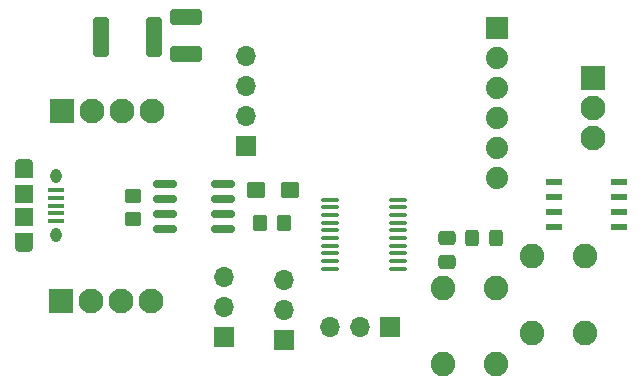
<source format=gbr>
%TF.GenerationSoftware,KiCad,Pcbnew,6.0.11-2627ca5db0~126~ubuntu22.04.1*%
%TF.CreationDate,2023-02-28T18:30:51-05:00*%
%TF.ProjectId,canbus-ds1820,63616e62-7573-42d6-9473-313832302e6b,1.0*%
%TF.SameCoordinates,Original*%
%TF.FileFunction,Soldermask,Top*%
%TF.FilePolarity,Negative*%
%FSLAX46Y46*%
G04 Gerber Fmt 4.6, Leading zero omitted, Abs format (unit mm)*
G04 Created by KiCad (PCBNEW 6.0.11-2627ca5db0~126~ubuntu22.04.1) date 2023-02-28 18:30:51*
%MOMM*%
%LPD*%
G01*
G04 APERTURE LIST*
G04 Aperture macros list*
%AMRoundRect*
0 Rectangle with rounded corners*
0 $1 Rounding radius*
0 $2 $3 $4 $5 $6 $7 $8 $9 X,Y pos of 4 corners*
0 Add a 4 corners polygon primitive as box body*
4,1,4,$2,$3,$4,$5,$6,$7,$8,$9,$2,$3,0*
0 Add four circle primitives for the rounded corners*
1,1,$1+$1,$2,$3*
1,1,$1+$1,$4,$5*
1,1,$1+$1,$6,$7*
1,1,$1+$1,$8,$9*
0 Add four rect primitives between the rounded corners*
20,1,$1+$1,$2,$3,$4,$5,0*
20,1,$1+$1,$4,$5,$6,$7,0*
20,1,$1+$1,$6,$7,$8,$9,0*
20,1,$1+$1,$8,$9,$2,$3,0*%
G04 Aperture macros list end*
%ADD10R,1.700000X1.700000*%
%ADD11O,1.700000X1.700000*%
%ADD12R,2.100000X2.100000*%
%ADD13C,2.100000*%
%ADD14RoundRect,0.250000X0.450000X-0.350000X0.450000X0.350000X-0.450000X0.350000X-0.450000X-0.350000X0*%
%ADD15RoundRect,0.250000X-0.475000X0.337500X-0.475000X-0.337500X0.475000X-0.337500X0.475000X0.337500X0*%
%ADD16C,2.082800*%
%ADD17RoundRect,0.250000X-0.350000X-0.450000X0.350000X-0.450000X0.350000X0.450000X-0.350000X0.450000X0*%
%ADD18R,1.879600X1.879600*%
%ADD19C,1.879600*%
%ADD20RoundRect,0.250000X-0.400000X-1.450000X0.400000X-1.450000X0.400000X1.450000X-0.400000X1.450000X0*%
%ADD21RoundRect,0.250000X-0.537500X-0.425000X0.537500X-0.425000X0.537500X0.425000X-0.537500X0.425000X0*%
%ADD22RoundRect,0.250000X1.100000X-0.412500X1.100000X0.412500X-1.100000X0.412500X-1.100000X-0.412500X0*%
%ADD23RoundRect,0.100000X0.637500X0.100000X-0.637500X0.100000X-0.637500X-0.100000X0.637500X-0.100000X0*%
%ADD24R,1.460500X0.533400*%
%ADD25R,1.350000X0.400000*%
%ADD26R,1.550000X1.500000*%
%ADD27R,1.550000X1.200000*%
%ADD28O,0.950000X1.250000*%
%ADD29O,1.550000X0.890000*%
%ADD30RoundRect,0.250000X-0.325000X-0.450000X0.325000X-0.450000X0.325000X0.450000X-0.325000X0.450000X0*%
%ADD31RoundRect,0.150000X0.825000X0.150000X-0.825000X0.150000X-0.825000X-0.150000X0.825000X-0.150000X0*%
G04 APERTURE END LIST*
D10*
%TO.C,JP1*%
X73400000Y-97140000D03*
D11*
X73400000Y-94600000D03*
X73400000Y-92060000D03*
%TD*%
D12*
%TO.C,J6*%
X59625000Y-94100000D03*
D13*
X62165000Y-94100000D03*
X64705000Y-94100000D03*
X67245000Y-94100000D03*
%TD*%
D12*
%TO.C,J4*%
X104675000Y-75285000D03*
D13*
X104675000Y-77825000D03*
X104675000Y-80365000D03*
%TD*%
D10*
%TO.C,J2*%
X87490000Y-96350000D03*
D11*
X84950000Y-96350000D03*
X82410000Y-96350000D03*
%TD*%
D14*
%TO.C,R5*%
X65700000Y-87200000D03*
X65700000Y-85200000D03*
%TD*%
D15*
%TO.C,C5*%
X92325000Y-88762500D03*
X92325000Y-90837500D03*
%TD*%
D16*
%TO.C,S1*%
X96435600Y-92998800D03*
X96435600Y-99501200D03*
X91914400Y-92998800D03*
X91914400Y-99501200D03*
%TD*%
D17*
%TO.C,R4*%
X76475000Y-87525000D03*
X78475000Y-87525000D03*
%TD*%
D18*
%TO.C,J3*%
X96500000Y-70990000D03*
D19*
X96500000Y-73530000D03*
X96500000Y-76070000D03*
X96500000Y-78610000D03*
X96500000Y-81150000D03*
X96500000Y-83690000D03*
%TD*%
D20*
%TO.C,F1*%
X63000000Y-71775000D03*
X67450000Y-71775000D03*
%TD*%
D21*
%TO.C,C6*%
X76100000Y-84725000D03*
X78975000Y-84725000D03*
%TD*%
D12*
%TO.C,J5*%
X59660000Y-78075000D03*
D13*
X62200000Y-78075000D03*
X64740000Y-78075000D03*
X67280000Y-78075000D03*
%TD*%
D22*
%TO.C,C3*%
X70225000Y-73175000D03*
X70225000Y-70050000D03*
%TD*%
D23*
%TO.C,U2*%
X88125000Y-91400000D03*
X88125000Y-90750000D03*
X88125000Y-90100000D03*
X88125000Y-89450000D03*
X88125000Y-88800000D03*
X88125000Y-88150000D03*
X88125000Y-87500000D03*
X88125000Y-86850000D03*
X88125000Y-86200000D03*
X88125000Y-85550000D03*
X82400000Y-85550000D03*
X82400000Y-86200000D03*
X82400000Y-86850000D03*
X82400000Y-87500000D03*
X82400000Y-88150000D03*
X82400000Y-88800000D03*
X82400000Y-89450000D03*
X82400000Y-90100000D03*
X82400000Y-90750000D03*
X82400000Y-91400000D03*
%TD*%
D10*
%TO.C,U3*%
X75247300Y-81002600D03*
D11*
X75247300Y-78462600D03*
X75247300Y-75922600D03*
X75247300Y-73382600D03*
%TD*%
D16*
%TO.C,S2*%
X103960600Y-90323800D03*
X103960600Y-96826200D03*
X99439400Y-90323800D03*
X99439400Y-96826200D03*
%TD*%
D24*
%TO.C,U4*%
X101376700Y-84030000D03*
X101376700Y-85300000D03*
X101376700Y-86570000D03*
X101376700Y-87840000D03*
X106825000Y-87840000D03*
X106825000Y-86570000D03*
X106825000Y-85300000D03*
X106825000Y-84030000D03*
%TD*%
D25*
%TO.C,J1*%
X59210000Y-84750000D03*
X59210000Y-85400000D03*
X59210000Y-86050000D03*
X59210000Y-86700000D03*
X59210000Y-87350000D03*
D26*
X56510000Y-87050000D03*
X56510000Y-85050000D03*
D27*
X56510000Y-88950000D03*
D28*
X59210000Y-83550000D03*
D29*
X56510000Y-82550000D03*
X56510000Y-89550000D03*
D27*
X56510000Y-83150000D03*
D28*
X59210000Y-88550000D03*
%TD*%
D10*
%TO.C,JP2*%
X78525000Y-97425000D03*
D11*
X78525000Y-94885000D03*
X78525000Y-92345000D03*
%TD*%
D30*
%TO.C,FB1*%
X94400000Y-88775000D03*
X96450000Y-88775000D03*
%TD*%
D31*
%TO.C,U5*%
X73325000Y-88015000D03*
X73325000Y-86745000D03*
X73325000Y-85475000D03*
X73325000Y-84205000D03*
X68375000Y-84205000D03*
X68375000Y-85475000D03*
X68375000Y-86745000D03*
X68375000Y-88015000D03*
%TD*%
M02*

</source>
